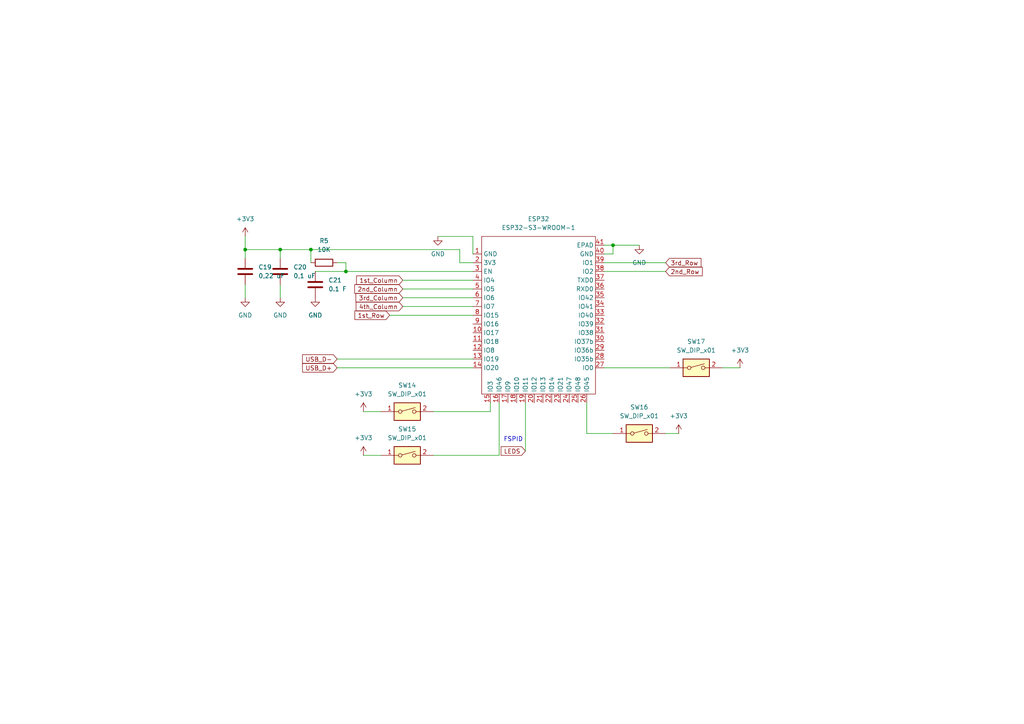
<source format=kicad_sch>
(kicad_sch (version 20211123) (generator eeschema)
  (paper "A4")
  (lib_symbols
    (symbol "Device:C" (pin_numbers hide) (pin_names (offset 0.254))
      (property "Reference" "C" (at 0.635 2.54 0))
      (property "Value" "C" (at 0.635 -2.54 0))
      (symbol "C_0_1"
        (polyline (pts (xy -2.032 -0.762) (xy 2.032 -0.762)) (stroke (width 0.508)))
        (polyline (pts (xy -2.032 0.762) (xy 2.032 0.762)) (stroke (width 0.508)))
      )
      (symbol "C_1_1"
        (pin passive line (at 0 3.81 270) (length 2.794) (name "~") (number "1"))
        (pin passive line (at 0 -3.81 90) (length 2.794) (name "~") (number "2"))
      )
    )
    (symbol "Device:R" (pin_numbers hide) (pin_names (offset 0))
      (property "Reference" "R" (at 2.032 0 90))
      (property "Value" "R" (at 0 0 90))
      (symbol "R_0_1"
        (rectangle (start -1.016 -2.54) (end 1.016 2.54) (stroke (width 0.254)))
      )
      (symbol "R_1_1"
        (pin passive line (at 0 3.81 270) (length 1.27) (name "~") (number "1"))
        (pin passive line (at 0 -3.81 90) (length 1.27) (name "~") (number "2"))
      )
    )
    (symbol "Switch:SW_DIP_x01" (pin_names (offset 0) hide)
      (property "Reference" "SW" (at 0 3.81 0))
      (property "Value" "SW_DIP_x01" (at 0 -3.81 0))
      (symbol "SW_DIP_x01_0_0"
        (circle (center -2.032 0) (radius 0.508))
        (polyline (pts (xy -1.524 0.127) (xy 2.3622 1.1684)))
        (circle (center 2.032 0) (radius 0.508))
      )
      (symbol "SW_DIP_x01_0_1"
        (rectangle (start -3.81 2.54) (end 3.81 -2.54) (stroke (width 0.254)) (fill (type background)))
      )
      (symbol "SW_DIP_x01_1_1"
        (pin passive line (at -7.62 0 0) (length 5.08) (name "~") (number "1"))
        (pin passive line (at 7.62 0 180) (length 5.08) (name "~") (number "2"))
      )
    )
    (symbol "esp32:ESP32-S3-WROOM-1"
      (property "Reference" "ESP32" (at -0.762 6.35 0))
      (property "Value" "ESP32-S3-WROOM-1" (at 1.016 -4.826 0))
      (symbol "ESP32-S3-WROOM-1_0_1"
        (rectangle (start -15.24 20.32) (end 17.78 -25.4))
      )
      (symbol "ESP32-S3-WROOM-1_1_1"
        (pin power_in line (at -17.78 15.24 0) (length 2.54) (name "GND") (number "1"))
        (pin tri_state line (at -17.78 -7.62 0) (length 2.54) (name "IO17") (number "10"))
        (pin tri_state line (at -17.78 -10.16 0) (length 2.54) (name "IO18") (number "11"))
        (pin tri_state line (at -17.78 -12.7 0) (length 2.54) (name "IO8") (number "12"))
        (pin tri_state line (at -17.78 -15.24 0) (length 2.54) (name "IO19") (number "13"))
        (pin tri_state line (at -17.78 -17.78 0) (length 2.54) (name "IO20") (number "14"))
        (pin tri_state line (at -12.7 -27.94 90) (length 2.54) (name "IO3") (number "15"))
        (pin tri_state line (at -10.16 -27.94 90) (length 2.54) (name "IO46") (number "16"))
        (pin tri_state line (at -7.62 -27.94 90) (length 2.54) (name "IO9") (number "17"))
        (pin tri_state line (at -5.08 -27.94 90) (length 2.54) (name "IO10") (number "18"))
        (pin tri_state line (at -2.54 -27.94 90) (length 2.54) (name "IO11") (number "19"))
        (pin power_in line (at -17.78 12.7 0) (length 2.54) (name "3V3") (number "2"))
        (pin tri_state line (at 0 -27.94 90) (length 2.54) (name "IO12") (number "20"))
        (pin tri_state line (at 2.54 -27.94 90) (length 2.54) (name "IO13") (number "21"))
        (pin tri_state line (at 5.08 -27.94 90) (length 2.54) (name "IO14") (number "22"))
        (pin tri_state line (at 7.62 -27.94 90) (length 2.54) (name "IO21") (number "23"))
        (pin tri_state line (at 10.16 -27.94 90) (length 2.54) (name "IO47") (number "24"))
        (pin tri_state line (at 12.7 -27.94 90) (length 2.54) (name "IO48") (number "25"))
        (pin tri_state line (at 15.24 -27.94 90) (length 2.54) (name "IO45") (number "26"))
        (pin tri_state line (at 20.32 -17.78 180) (length 2.54) (name "IO0") (number "27"))
        (pin tri_state line (at 20.32 -15.24 180) (length 2.54) (name "IO35b") (number "28"))
        (pin tri_state line (at 20.32 -12.7 180) (length 2.54) (name "IO36b") (number "29"))
        (pin input line (at -17.78 10.16 0) (length 2.54) (name "EN") (number "3"))
        (pin tri_state line (at 20.32 -10.16 180) (length 2.54) (name "IO37b") (number "30"))
        (pin tri_state line (at 20.32 -7.62 180) (length 2.54) (name "IO38") (number "31"))
        (pin tri_state line (at 20.32 -5.08 180) (length 2.54) (name "IO39") (number "32"))
        (pin tri_state line (at 20.32 -2.54 180) (length 2.54) (name "IO40") (number "33"))
        (pin tri_state line (at 20.32 0 180) (length 2.54) (name "IO41") (number "34"))
        (pin tri_state line (at 20.32 2.54 180) (length 2.54) (name "IO42") (number "35"))
        (pin tri_state line (at 20.32 5.08 180) (length 2.54) (name "RXD0") (number "36"))
        (pin tri_state line (at 20.32 7.62 180) (length 2.54) (name "TXD0") (number "37"))
        (pin tri_state line (at 20.32 10.16 180) (length 2.54) (name "IO2") (number "38"))
        (pin tri_state line (at 20.32 12.7 180) (length 2.54) (name "IO1") (number "39"))
        (pin tri_state line (at -17.78 7.62 0) (length 2.54) (name "IO4") (number "4"))
        (pin power_in line (at 20.32 15.24 180) (length 2.54) (name "GND") (number "40"))
        (pin power_in line (at 20.32 17.78 180) (length 2.54) (name "EPAD") (number "41"))
        (pin tri_state line (at -17.78 5.08 0) (length 2.54) (name "IO5") (number "5"))
        (pin tri_state line (at -17.78 2.54 0) (length 2.54) (name "IO6") (number "6"))
        (pin tri_state line (at -17.78 0 0) (length 2.54) (name "IO7") (number "7"))
        (pin tri_state line (at -17.78 -2.54 0) (length 2.54) (name "IO15") (number "8"))
        (pin tri_state line (at -17.78 -5.08 0) (length 2.54) (name "IO16") (number "9"))
      )
    )
    (symbol "power:+3.3V" (power) (pin_names (offset 0))
      (property "Value" "+3.3V" (at 0 3.556 0))
      (symbol "+3.3V_0_1"
        (polyline (pts (xy -0.762 1.27) (xy 0 2.54)))
        (polyline (pts (xy 0 0) (xy 0 2.54)))
        (polyline (pts (xy 0 2.54) (xy 0.762 1.27)))
      )
      (symbol "+3.3V_1_1"
        (pin power_in line (at 0 0 90) (length 0) hide (name "+3V3") (number "1"))
      )
    )
    (symbol "power:GND" (power) (pin_names (offset 0))
      (property "Value" "GND" (at 0 -3.81 0))
      (symbol "GND_0_1"
        (polyline (pts (xy 0 0) (xy 0 -1.27) (xy 1.27 -1.27) (xy 0 -2.54) (xy -1.27 -1.27) (xy 0 -1.27)))
      )
      (symbol "GND_1_1"
        (pin power_in line (at 0 0 270) (length 0) hide (name "GND") (number "1"))
      )
    )
  )
  (junction (at 71.12 72.39))
  (junction (at 100.33 78.74))
  (junction (at 81.28 72.39))
  (junction (at 177.8 71.12))
  (junction (at 90.17 72.39))
  (wire (pts (xy 177.8 73.66) (xy 177.8 71.12)))
  (wire (pts (xy 133.35 72.39) (xy 133.35 76.2)))
  (wire (pts (xy 137.16 73.66) (xy 137.16 68.58)))
  (wire (pts (xy 90.17 72.39) (xy 133.35 72.39)))
  (wire (pts (xy 91.44 78.74) (xy 100.33 78.74)))
  (wire (pts (xy 81.28 72.39) (xy 81.28 74.93)))
  (wire (pts (xy 71.12 68.58) (xy 71.12 72.39)))
  (wire (pts (xy 214.63 106.68) (xy 209.55 106.68)))
  (wire (pts (xy 105.41 119.38) (xy 110.49 119.38)))
  (wire (pts (xy 175.26 73.66) (xy 177.8 73.66)))
  (wire (pts (xy 144.78 132.08) (xy 125.73 132.08)))
  (wire (pts (xy 127 68.58) (xy 137.16 68.58)))
  (wire (pts (xy 97.79 104.14) (xy 137.16 104.14)))
  (wire (pts (xy 133.35 76.2) (xy 137.16 76.2)))
  (wire (pts (xy 100.33 78.74) (xy 137.16 78.74)))
  (wire (pts (xy 175.26 71.12) (xy 177.8 71.12)))
  (wire (pts (xy 105.41 132.08) (xy 110.49 132.08)))
  (wire (pts (xy 170.18 116.84) (xy 170.18 125.73)))
  (wire (pts (xy 152.4 116.84) (xy 152.4 130.81)))
  (wire (pts (xy 113.03 91.44) (xy 137.16 91.44)))
  (wire (pts (xy 175.26 76.2) (xy 193.04 76.2)))
  (wire (pts (xy 170.18 125.73) (xy 177.8 125.73)))
  (wire (pts (xy 116.84 88.9) (xy 137.16 88.9)))
  (wire (pts (xy 71.12 72.39) (xy 71.12 74.93)))
  (wire (pts (xy 100.33 76.2) (xy 100.33 78.74)))
  (wire (pts (xy 142.24 119.38) (xy 142.24 116.84)))
  (wire (pts (xy 81.28 86.36) (xy 81.28 82.55)))
  (wire (pts (xy 175.26 106.68) (xy 194.31 106.68)))
  (wire (pts (xy 81.28 72.39) (xy 90.17 72.39)))
  (wire (pts (xy 116.84 83.82) (xy 137.16 83.82)))
  (wire (pts (xy 116.84 86.36) (xy 137.16 86.36)))
  (wire (pts (xy 144.78 116.84) (xy 144.78 132.08)))
  (wire (pts (xy 175.26 78.74) (xy 193.04 78.74)))
  (wire (pts (xy 97.79 76.2) (xy 100.33 76.2)))
  (wire (pts (xy 97.79 106.68) (xy 137.16 106.68)))
  (wire (pts (xy 90.17 72.39) (xy 90.17 76.2)))
  (wire (pts (xy 71.12 86.36) (xy 71.12 82.55)))
  (wire (pts (xy 81.28 72.39) (xy 71.12 72.39)))
  (wire (pts (xy 177.8 71.12) (xy 185.42 71.12)))
  (wire (pts (xy 125.73 119.38) (xy 142.24 119.38)))
  (wire (pts (xy 116.84 81.28) (xy 137.16 81.28)))
  (wire (pts (xy 196.85 125.73) (xy 193.04 125.73)))
  (text "FSPID" (at 146.05 128.27 0) (effects (font (size 1.27 1.27)) (justify left bottom)))
  (global_label "2nd_Row" (shape input) (at 193.04 78.74 0) (property "Intersheet References" "${INTERSHEET_REFS}" (effects hide)))
  (global_label "4th_Column" (shape input) (at 116.84 88.9 180) (property "Intersheet References" "${INTERSHEET_REFS}" (effects hide)))
  (global_label "3rd_Column" (shape input) (at 116.84 86.36 180) (property "Intersheet References" "${INTERSHEET_REFS}" (effects hide)))
  (global_label "1st_Column" (shape input) (at 116.84 81.28 180) (property "Intersheet References" "${INTERSHEET_REFS}" (effects hide)))
  (global_label "3rd_Row" (shape input) (at 193.04 76.2 0) (property "Intersheet References" "${INTERSHEET_REFS}" (effects hide)))
  (global_label "LEDS" (shape input) (at 152.4 130.81 180) (property "Intersheet References" "${INTERSHEET_REFS}" (effects hide)))
  (global_label "2nd_Column" (shape input) (at 116.84 83.82 180) (property "Intersheet References" "${INTERSHEET_REFS}" (effects hide)))
  (global_label "1st_Row" (shape input) (at 113.03 91.44 180) (property "Intersheet References" "${INTERSHEET_REFS}" (effects hide)))
  (global_label "USB_D-" (shape input) (at 97.79 104.14 180) (property "Intersheet References" "${INTERSHEET_REFS}" (effects hide)))
  (global_label "USB_D+" (shape input) (at 97.79 106.68 180) (property "Intersheet References" "${INTERSHEET_REFS}" (effects hide)))
  (symbol (lib_id "power:GND") (at 91.44 86.36 0) (unit 1)
    (property "Reference" "#PWR0160" (effects hide))
    (property "Value" "GND" (at 91.44 91.44 0))
  )
  (symbol (lib_id "Switch:SW_DIP_x01") (at 118.11 132.08 0) (unit 1)
    (property "Reference" "SW15" (at 118.11 124.46 0))
    (property "Value" "SW_DIP_x01" (at 118.11 127 0))
    (property "Footprint" "Connector_PinHeader_2.54mm:PinHeader_1x02_P2.54mm_Vertical" (effects hide))
  )
  (symbol (lib_id "Device:R") (at 93.98 76.2 90) (unit 1)
    (property "Reference" "R5" (at 93.98 69.85 90))
    (property "Value" "10K" (at 93.98 72.39 90))
    (property "Footprint" "Resistor_SMD:R_0805_2012Metric_Pad1.20x1.40mm_HandSolder" (effects hide))
  )
  (symbol (lib_id "power:GND") (at 71.12 86.36 0) (unit 1)
    (property "Reference" "#PWR0157" (effects hide))
    (property "Value" "GND" (at 71.12 91.44 0))
  )
  (symbol (lib_id "power:GND") (at 81.28 86.36 0) (unit 1)
    (property "Reference" "#PWR0161" (effects hide))
    (property "Value" "GND" (at 81.28 91.44 0))
  )
  (symbol (lib_id "power:+3.3V") (at 105.41 119.38 0) (unit 1)
    (property "Reference" "#PWR01" (effects hide))
    (property "Value" "+3.3V" (at 105.41 114.3 0))
  )
  (symbol (lib_id "esp32:ESP32-S3-WROOM-1") (at 154.94 88.9 0) (unit 1)
    (property "Reference" "ESP32" (at 156.21 63.5 0))
    (property "Value" "ESP32-S3-WROOM-1" (at 156.21 66.04 0))
    (property "Footprint" "esp32-library:ESP32-S3-WROOM-1" (effects hide))
  )
  (symbol (lib_id "Device:C") (at 91.44 82.55 0) (unit 1)
    (property "Reference" "C21" (at 95.25 81.2799 0) (effects (justify left)))
    (property "Value" "0.1 F" (at 95.25 83.8199 0) (effects (justify left)))
    (property "Footprint" "Capacitor_SMD:C_0805_2012Metric_Pad1.18x1.45mm_HandSolder" (effects hide))
  )
  (symbol (lib_id "Switch:SW_DIP_x01") (at 201.93 106.68 0) (unit 1)
    (property "Reference" "SW17" (at 201.93 99.06 0))
    (property "Value" "SW_DIP_x01" (at 201.93 101.6 0))
    (property "Footprint" "Connector_PinHeader_2.54mm:PinHeader_1x02_P2.54mm_Vertical" (effects hide))
  )
  (symbol (lib_id "power:+3.3V") (at 196.85 125.73 0) (unit 1)
    (property "Reference" "#PWR03" (effects hide))
    (property "Value" "+3.3V" (at 196.85 120.65 0))
  )
  (symbol (lib_id "power:+3.3V") (at 105.41 132.08 0) (unit 1)
    (property "Reference" "#PWR02" (effects hide))
    (property "Value" "+3.3V" (at 105.41 127 0))
  )
  (symbol (lib_id "Device:C") (at 71.12 78.74 0) (unit 1)
    (property "Reference" "C19" (at 74.93 77.4699 0) (effects (justify left)))
    (property "Value" "0,22 uF" (at 74.93 80.0099 0) (effects (justify left)))
    (property "Footprint" "Capacitor_SMD:C_0805_2012Metric_Pad1.18x1.45mm_HandSolder" (effects hide))
  )
  (symbol (lib_id "power:GND") (at 127 68.58 0) (unit 1)
    (property "Reference" "#PWR0158" (effects hide))
    (property "Value" "GND" (at 127 73.66 0))
  )
  (symbol (lib_id "power:GND") (at 185.42 71.12 0) (unit 1)
    (property "Reference" "#PWR0162" (effects hide))
    (property "Value" "GND" (at 185.42 76.2 0))
  )
  (symbol (lib_id "power:+3.3V") (at 214.63 106.68 0) (unit 1)
    (property "Reference" "#PWR04" (effects hide))
    (property "Value" "+3.3V" (at 214.63 101.6 0))
  )
  (symbol (lib_id "Device:C") (at 81.28 78.74 0) (unit 1)
    (property "Reference" "C20" (at 85.09 77.4699 0) (effects (justify left)))
    (property "Value" "0,1 uF" (at 85.09 80.0099 0) (effects (justify left)))
    (property "Footprint" "Capacitor_SMD:C_0805_2012Metric_Pad1.18x1.45mm_HandSolder" (effects hide))
  )
  (symbol (lib_id "Switch:SW_DIP_x01") (at 118.11 119.38 0) (unit 1)
    (property "Reference" "SW14" (at 118.11 111.76 0))
    (property "Value" "SW_DIP_x01" (at 118.11 114.3 0))
    (property "Footprint" "Connector_PinHeader_2.54mm:PinHeader_1x02_P2.54mm_Vertical" (effects hide))
  )
  (symbol (lib_id "power:+3.3V") (at 71.12 68.58 0) (unit 1)
    (property "Reference" "#PWR0159" (effects hide))
    (property "Value" "+3.3V" (at 71.12 63.5 0))
  )
  (symbol (lib_id "Switch:SW_DIP_x01") (at 185.42 125.73 0) (unit 1)
    (property "Reference" "SW16" (at 185.42 118.11 0))
    (property "Value" "SW_DIP_x01" (at 185.42 120.65 0))
    (property "Footprint" "Connector_PinHeader_2.54mm:PinHeader_1x02_P2.54mm_Vertical" (effects hide))
  )
)
</source>
